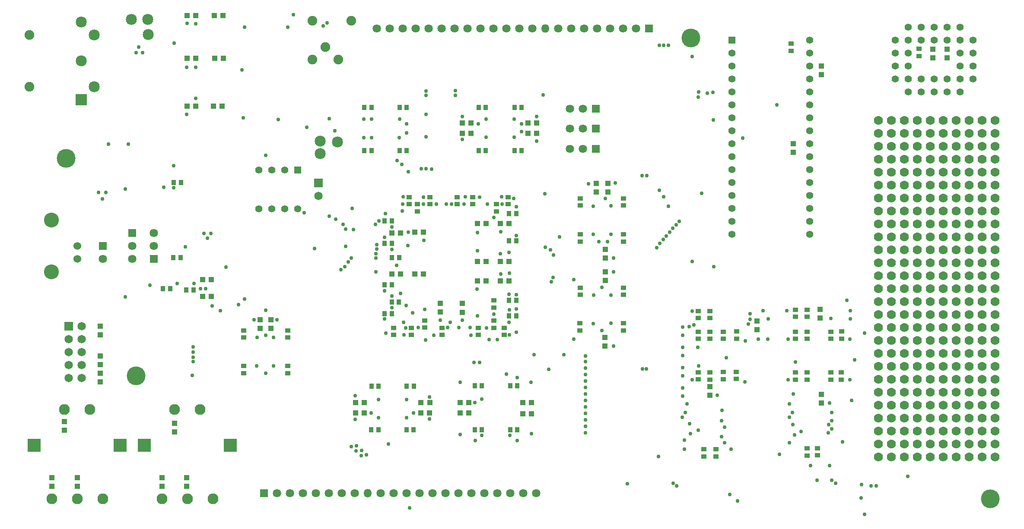
<source format=gbs>
%FSLAX25Y25*%
%MOIN*%
G70*
G01*
G75*
G04 Layer_Color=16711935*
%ADD10O,0.01181X0.07480*%
%ADD11O,0.07480X0.01181*%
%ADD12R,0.07087X0.05118*%
%ADD13R,0.03937X0.03543*%
%ADD14R,0.03543X0.03150*%
%ADD15R,0.03543X0.03937*%
%ADD16R,0.02200X0.07800*%
%ADD17R,0.01400X0.06600*%
%ADD18O,0.02400X0.08000*%
%ADD19R,0.02200X0.05000*%
%ADD20R,0.05118X0.08661*%
%ADD21R,0.01400X0.07100*%
%ADD22O,0.07874X0.01969*%
%ADD23O,0.10000X0.01181*%
%ADD24O,0.01181X0.10000*%
%ADD25R,0.05118X0.09449*%
%ADD26R,0.09449X0.05118*%
%ADD27R,0.06299X0.06299*%
%ADD28R,0.09800X0.03700*%
%ADD29R,0.25700X0.26400*%
%ADD30R,0.01181X0.04724*%
%ADD31O,0.01181X0.04724*%
%ADD32R,0.05906X0.09055*%
%ADD33R,0.09055X0.09055*%
%ADD34R,0.05118X0.05906*%
%ADD35R,0.03150X0.03543*%
%ADD36R,0.08661X0.05512*%
%ADD37R,0.03543X0.05512*%
%ADD38R,0.05512X0.03543*%
%ADD39R,0.05512X0.08661*%
%ADD40C,0.00800*%
%ADD41C,0.07000*%
%ADD42C,0.01000*%
%ADD43C,0.03000*%
%ADD44C,0.10000*%
%ADD45C,0.01500*%
%ADD46C,0.05000*%
%ADD47C,0.07000*%
%ADD48C,0.05000*%
%ADD49R,0.05000X0.05000*%
%ADD50C,0.08000*%
%ADD51C,0.06000*%
%ADD52R,0.06000X0.06000*%
%ADD53R,0.09843X0.09843*%
%ADD54C,0.07874*%
%ADD55R,0.05906X0.05906*%
%ADD56C,0.05906*%
%ADD57O,0.05945X0.05906*%
%ADD58R,0.08000X0.08000*%
%ADD59R,0.05000X0.05000*%
%ADD60R,0.05906X0.05906*%
%ADD61C,0.11000*%
%ADD62C,0.05500*%
%ADD63C,0.06500*%
%ADD64C,0.14000*%
%ADD65C,0.02500*%
%ADD66C,0.03000*%
%ADD67C,0.02000*%
%ADD68C,0.00600*%
%ADD69C,0.00984*%
%ADD70C,0.00787*%
%ADD71O,0.01681X0.07980*%
%ADD72O,0.07980X0.01681*%
%ADD73R,0.07587X0.05618*%
%ADD74R,0.04437X0.04043*%
%ADD75R,0.04043X0.03650*%
%ADD76R,0.04043X0.04437*%
%ADD77R,0.02700X0.08300*%
%ADD78R,0.01900X0.07100*%
%ADD79O,0.02900X0.08500*%
%ADD80R,0.02700X0.05500*%
%ADD81R,0.05618X0.09161*%
%ADD82R,0.01900X0.07600*%
%ADD83O,0.08374X0.02469*%
%ADD84O,0.10500X0.01681*%
%ADD85O,0.01681X0.10500*%
%ADD86R,0.05618X0.09949*%
%ADD87R,0.09949X0.05618*%
%ADD88R,0.06799X0.06799*%
%ADD89R,0.10300X0.04200*%
%ADD90R,0.26200X0.26900*%
%ADD91R,0.01681X0.05224*%
%ADD92O,0.01681X0.05224*%
%ADD93R,0.06406X0.09555*%
%ADD94R,0.09555X0.09555*%
%ADD95R,0.05618X0.06406*%
%ADD96R,0.03650X0.04043*%
%ADD97R,0.09161X0.06012*%
%ADD98R,0.04043X0.06012*%
%ADD99R,0.06012X0.04043*%
%ADD100R,0.06012X0.09161*%
%ADD101C,0.07500*%
%ADD102R,0.05500X0.05500*%
%ADD103C,0.08500*%
%ADD104R,0.06500X0.06500*%
%ADD105R,0.10343X0.10343*%
%ADD106C,0.08374*%
%ADD107R,0.06406X0.06406*%
%ADD108C,0.06406*%
%ADD109O,0.06445X0.06406*%
%ADD110R,0.08500X0.08500*%
%ADD111R,0.05500X0.05500*%
%ADD112R,0.06406X0.06406*%
%ADD113C,0.11500*%
%ADD114C,0.14500*%
%ADD115C,0.03500*%
D47*
X856000Y389000D02*
D03*
X846000D02*
D03*
X836000D02*
D03*
X826000D02*
D03*
X816000D02*
D03*
X806000D02*
D03*
X766000D02*
D03*
X776000D02*
D03*
X786000D02*
D03*
X796000D02*
D03*
Y379000D02*
D03*
X786000D02*
D03*
X776000D02*
D03*
X766000D02*
D03*
X806000D02*
D03*
X816000D02*
D03*
X826000D02*
D03*
X836000D02*
D03*
X846000D02*
D03*
X856000D02*
D03*
Y399000D02*
D03*
X846000D02*
D03*
X836000D02*
D03*
X826000D02*
D03*
X816000D02*
D03*
X806000D02*
D03*
X766000D02*
D03*
X776000D02*
D03*
X786000D02*
D03*
X796000D02*
D03*
Y409000D02*
D03*
X786000D02*
D03*
X776000D02*
D03*
X766000D02*
D03*
X806000D02*
D03*
X816000D02*
D03*
X826000D02*
D03*
X836000D02*
D03*
X846000D02*
D03*
X856000D02*
D03*
Y329000D02*
D03*
X846000D02*
D03*
X836000D02*
D03*
X826000D02*
D03*
X816000D02*
D03*
X806000D02*
D03*
X766000D02*
D03*
X776000D02*
D03*
X786000D02*
D03*
X796000D02*
D03*
Y319000D02*
D03*
X786000D02*
D03*
X776000D02*
D03*
X766000D02*
D03*
X806000D02*
D03*
X816000D02*
D03*
X826000D02*
D03*
X836000D02*
D03*
X846000D02*
D03*
X856000D02*
D03*
Y299000D02*
D03*
X846000D02*
D03*
X836000D02*
D03*
X826000D02*
D03*
X816000D02*
D03*
X806000D02*
D03*
X766000D02*
D03*
X776000D02*
D03*
X786000D02*
D03*
X796000D02*
D03*
Y309000D02*
D03*
X786000D02*
D03*
X776000D02*
D03*
X766000D02*
D03*
X806000D02*
D03*
X816000D02*
D03*
X826000D02*
D03*
X836000D02*
D03*
X846000D02*
D03*
X856000D02*
D03*
Y349000D02*
D03*
X846000D02*
D03*
X836000D02*
D03*
X826000D02*
D03*
X816000D02*
D03*
X806000D02*
D03*
X766000D02*
D03*
X776000D02*
D03*
X786000D02*
D03*
X796000D02*
D03*
Y339000D02*
D03*
X786000D02*
D03*
X776000D02*
D03*
X766000D02*
D03*
X806000D02*
D03*
X816000D02*
D03*
X826000D02*
D03*
X836000D02*
D03*
X846000D02*
D03*
X856000D02*
D03*
Y359000D02*
D03*
X846000D02*
D03*
X836000D02*
D03*
X826000D02*
D03*
X816000D02*
D03*
X806000D02*
D03*
X766000D02*
D03*
X776000D02*
D03*
X786000D02*
D03*
X796000D02*
D03*
Y369000D02*
D03*
X786000D02*
D03*
X776000D02*
D03*
X766000D02*
D03*
X806000D02*
D03*
X816000D02*
D03*
X826000D02*
D03*
X836000D02*
D03*
X846000D02*
D03*
X856000D02*
D03*
Y209000D02*
D03*
X846000D02*
D03*
X836000D02*
D03*
X826000D02*
D03*
X816000D02*
D03*
X806000D02*
D03*
X766000D02*
D03*
X776000D02*
D03*
X786000D02*
D03*
X796000D02*
D03*
Y199000D02*
D03*
X786000D02*
D03*
X776000D02*
D03*
X766000D02*
D03*
X806000D02*
D03*
X816000D02*
D03*
X826000D02*
D03*
X836000D02*
D03*
X846000D02*
D03*
X856000D02*
D03*
Y179000D02*
D03*
X846000D02*
D03*
X836000D02*
D03*
X826000D02*
D03*
X816000D02*
D03*
X806000D02*
D03*
X766000D02*
D03*
X776000D02*
D03*
X786000D02*
D03*
X796000D02*
D03*
Y189000D02*
D03*
X786000D02*
D03*
X776000D02*
D03*
X766000D02*
D03*
X806000D02*
D03*
X816000D02*
D03*
X826000D02*
D03*
X836000D02*
D03*
X846000D02*
D03*
X856000D02*
D03*
Y149000D02*
D03*
X846000D02*
D03*
X836000D02*
D03*
X826000D02*
D03*
X816000D02*
D03*
X806000D02*
D03*
X766000D02*
D03*
X776000D02*
D03*
X786000D02*
D03*
X796000D02*
D03*
X856000Y159000D02*
D03*
X846000D02*
D03*
X836000D02*
D03*
X826000D02*
D03*
X816000D02*
D03*
X806000D02*
D03*
X766000D02*
D03*
X776000D02*
D03*
X786000D02*
D03*
X796000D02*
D03*
Y169000D02*
D03*
X786000D02*
D03*
X776000D02*
D03*
X766000D02*
D03*
X806000D02*
D03*
X816000D02*
D03*
X826000D02*
D03*
X836000D02*
D03*
X846000D02*
D03*
X856000D02*
D03*
Y249000D02*
D03*
X846000D02*
D03*
X836000D02*
D03*
X826000D02*
D03*
X816000D02*
D03*
X806000D02*
D03*
X766000D02*
D03*
X776000D02*
D03*
X786000D02*
D03*
X796000D02*
D03*
Y239000D02*
D03*
X786000D02*
D03*
X776000D02*
D03*
X766000D02*
D03*
X806000D02*
D03*
X816000D02*
D03*
X826000D02*
D03*
X836000D02*
D03*
X846000D02*
D03*
X856000D02*
D03*
Y219000D02*
D03*
X846000D02*
D03*
X836000D02*
D03*
X826000D02*
D03*
X816000D02*
D03*
X806000D02*
D03*
X766000D02*
D03*
X776000D02*
D03*
X786000D02*
D03*
X796000D02*
D03*
Y229000D02*
D03*
X786000D02*
D03*
X776000D02*
D03*
X766000D02*
D03*
X806000D02*
D03*
X816000D02*
D03*
X826000D02*
D03*
X836000D02*
D03*
X846000D02*
D03*
X856000D02*
D03*
Y269000D02*
D03*
X846000D02*
D03*
X836000D02*
D03*
X826000D02*
D03*
X816000D02*
D03*
X806000D02*
D03*
X766000D02*
D03*
X776000D02*
D03*
X786000D02*
D03*
X796000D02*
D03*
Y259000D02*
D03*
X786000D02*
D03*
X776000D02*
D03*
X766000D02*
D03*
X806000D02*
D03*
X816000D02*
D03*
X826000D02*
D03*
X836000D02*
D03*
X846000D02*
D03*
X856000D02*
D03*
Y279000D02*
D03*
X846000D02*
D03*
X836000D02*
D03*
X826000D02*
D03*
X816000D02*
D03*
X806000D02*
D03*
X766000D02*
D03*
X776000D02*
D03*
X786000D02*
D03*
X796000D02*
D03*
Y289000D02*
D03*
X786000D02*
D03*
X776000D02*
D03*
X766000D02*
D03*
X806000D02*
D03*
X816000D02*
D03*
X826000D02*
D03*
X836000D02*
D03*
X846000D02*
D03*
X856000D02*
D03*
D51*
X148000Y302000D02*
D03*
Y312000D02*
D03*
D62*
X839000Y471000D02*
D03*
Y461000D02*
D03*
Y451000D02*
D03*
X829000Y461000D02*
D03*
Y451000D02*
D03*
X839000Y441000D02*
D03*
X829000D02*
D03*
X819000D02*
D03*
X809000D02*
D03*
X799000D02*
D03*
X829000Y431000D02*
D03*
X819000D02*
D03*
X809000D02*
D03*
X799000D02*
D03*
X829000Y471000D02*
D03*
X819000D02*
D03*
X809000D02*
D03*
X799000D02*
D03*
X829000Y481000D02*
D03*
X819000D02*
D03*
X809000D02*
D03*
X799000D02*
D03*
X789000D02*
D03*
Y431000D02*
D03*
X779000Y441000D02*
D03*
X789000D02*
D03*
Y471000D02*
D03*
X779000D02*
D03*
Y461000D02*
D03*
X789000Y451000D02*
D03*
X779000D02*
D03*
X789000Y461000D02*
D03*
X653000D02*
D03*
Y451000D02*
D03*
Y441000D02*
D03*
Y431000D02*
D03*
Y421000D02*
D03*
Y411000D02*
D03*
Y401000D02*
D03*
Y391000D02*
D03*
Y381000D02*
D03*
Y371000D02*
D03*
Y361000D02*
D03*
Y351000D02*
D03*
Y341000D02*
D03*
Y331000D02*
D03*
Y321000D02*
D03*
X713000D02*
D03*
Y331000D02*
D03*
Y341000D02*
D03*
Y351000D02*
D03*
Y361000D02*
D03*
Y371000D02*
D03*
Y381000D02*
D03*
Y391000D02*
D03*
Y401000D02*
D03*
Y411000D02*
D03*
Y421000D02*
D03*
Y431000D02*
D03*
Y441000D02*
D03*
Y451000D02*
D03*
Y461000D02*
D03*
Y471000D02*
D03*
X308000Y370500D02*
D03*
X298000D02*
D03*
X288000D02*
D03*
Y340500D02*
D03*
X298000D02*
D03*
X308000D02*
D03*
X318000D02*
D03*
D63*
X151500Y250000D02*
D03*
X141500Y240000D02*
D03*
X151500D02*
D03*
X141500Y230000D02*
D03*
X151500D02*
D03*
X141500Y220000D02*
D03*
Y210000D02*
D03*
X151500D02*
D03*
Y220000D02*
D03*
X334000Y350500D02*
D03*
D66*
X687900Y421000D02*
D03*
X629700Y352500D02*
D03*
X638800Y409300D02*
D03*
X661500Y395200D02*
D03*
X460200Y193700D02*
D03*
X487500Y210300D02*
D03*
X454744Y191000D02*
D03*
X487456Y161700D02*
D03*
X481800Y165600D02*
D03*
X460200D02*
D03*
X455100Y161700D02*
D03*
X479200Y213000D02*
D03*
X419846Y195400D02*
D03*
X419800Y178300D02*
D03*
X380500Y193400D02*
D03*
X402100Y193300D02*
D03*
X402144Y179400D02*
D03*
X380435D02*
D03*
X407556Y182900D02*
D03*
X374800D02*
D03*
X299400Y219256D02*
D03*
X286500Y219300D02*
D03*
X286700Y241300D02*
D03*
X299400Y241200D02*
D03*
X293300Y243100D02*
D03*
Y213700D02*
D03*
X546300Y273800D02*
D03*
X559800Y252200D02*
D03*
X552900Y279900D02*
D03*
Y246600D02*
D03*
X559800Y273800D02*
D03*
X546200Y252100D02*
D03*
X531100Y286100D02*
D03*
X555600Y348600D02*
D03*
X550400Y315344D02*
D03*
X546200Y342700D02*
D03*
Y321100D02*
D03*
X559900D02*
D03*
X595000Y310600D02*
D03*
X597400Y313800D02*
D03*
X600000Y316800D02*
D03*
X602500Y319700D02*
D03*
X605000Y322700D02*
D03*
X607500Y325600D02*
D03*
X610000Y328300D02*
D03*
X612600Y330900D02*
D03*
X445200Y411900D02*
D03*
X485000Y396000D02*
D03*
X490800Y400200D02*
D03*
X457400Y406400D02*
D03*
X490870D02*
D03*
X463300Y409900D02*
D03*
X485000D02*
D03*
X463300Y396000D02*
D03*
X402200Y399400D02*
D03*
X396500Y395700D02*
D03*
X402156Y406400D02*
D03*
X396700Y409900D02*
D03*
X369100D02*
D03*
X673300Y239900D02*
D03*
X680800D02*
D03*
X325150Y403650D02*
D03*
X486800Y320000D02*
D03*
X198300Y461300D02*
D03*
X195500Y465500D02*
D03*
X231550Y311282D02*
D03*
X622500Y458400D02*
D03*
Y300100D02*
D03*
X639000Y295800D02*
D03*
X239400Y450100D02*
D03*
X239300Y483600D02*
D03*
X239400Y425800D02*
D03*
X355000Y325100D02*
D03*
X361200Y324600D02*
D03*
X610500Y126500D02*
D03*
X587000Y217000D02*
D03*
X587400Y366300D02*
D03*
X417000Y428200D02*
D03*
X439700Y428300D02*
D03*
X607700Y128600D02*
D03*
X596357Y149357D02*
D03*
X584100Y217100D02*
D03*
X583800Y366300D02*
D03*
X507300Y428600D02*
D03*
X439700Y431800D02*
D03*
X417000Y431700D02*
D03*
X337900Y481800D02*
D03*
X222900Y468700D02*
D03*
X236700Y212000D02*
D03*
X272400Y266500D02*
D03*
X262800Y295700D02*
D03*
X713900Y142200D02*
D03*
X728500D02*
D03*
X755600Y244600D02*
D03*
X741800Y269900D02*
D03*
X747700Y224100D02*
D03*
X385800Y336800D02*
D03*
X508900Y352400D02*
D03*
X500400Y228000D02*
D03*
X342400Y410200D02*
D03*
X472200Y239544D02*
D03*
X511800Y216500D02*
D03*
X523300Y227900D02*
D03*
X465800Y239544D02*
D03*
X406900Y260200D02*
D03*
X416800Y239400D02*
D03*
X417100Y413600D02*
D03*
X417000Y396300D02*
D03*
X657300Y114900D02*
D03*
X651300Y120000D02*
D03*
X572400Y128300D02*
D03*
X167500Y348300D02*
D03*
X170100Y353200D02*
D03*
X164400Y353300D02*
D03*
X248500Y317800D02*
D03*
X251100Y321700D02*
D03*
X245700D02*
D03*
X214662Y357339D02*
D03*
X681000Y255600D02*
D03*
X622400Y208600D02*
D03*
X648800Y225700D02*
D03*
X623675Y250800D02*
D03*
X700300Y197600D02*
D03*
X744300Y255700D02*
D03*
X745300Y192700D02*
D03*
X641700Y196500D02*
D03*
X627300Y219300D02*
D03*
X620100Y249600D02*
D03*
X665700Y251600D02*
D03*
X667100Y255300D02*
D03*
X702000Y222200D02*
D03*
X616300Y155000D02*
D03*
X652300Y154800D02*
D03*
X421300Y371300D02*
D03*
X417122Y371522D02*
D03*
X413463Y371763D02*
D03*
X403343Y369343D02*
D03*
X398500Y374825D02*
D03*
X346700Y400800D02*
D03*
X360100Y341100D02*
D03*
X394500Y297000D02*
D03*
X398800Y338800D02*
D03*
X415300Y316200D02*
D03*
X456753Y322400D02*
D03*
X469300Y334100D02*
D03*
X456900Y308200D02*
D03*
X456400Y278500D02*
D03*
X456900Y258000D02*
D03*
X435700Y252800D02*
D03*
X397300Y275400D02*
D03*
X399650Y252850D02*
D03*
X469600Y259300D02*
D03*
X401700Y265800D02*
D03*
X481200Y306800D02*
D03*
X481300Y290900D02*
D03*
X474800Y290200D02*
D03*
X481300Y262600D02*
D03*
X481200Y274700D02*
D03*
X486800Y245200D02*
D03*
X481200Y253000D02*
D03*
X463800Y248700D02*
D03*
X451000Y248800D02*
D03*
X451800Y243100D02*
D03*
X442300Y248800D02*
D03*
X433900D02*
D03*
X411217Y248783D02*
D03*
X464500Y344300D02*
D03*
X475600Y349800D02*
D03*
X475800Y344200D02*
D03*
X446300Y344400D02*
D03*
X390791Y273291D02*
D03*
X390800Y264200D02*
D03*
X401400Y248700D02*
D03*
X390700Y309200D02*
D03*
X380800Y331400D02*
D03*
X390700Y326700D02*
D03*
X399000Y344300D02*
D03*
X415200D02*
D03*
X424996Y344204D02*
D03*
X432870Y344330D02*
D03*
X436807Y344207D02*
D03*
X403504Y322504D02*
D03*
X428200Y254700D02*
D03*
X445100Y254600D02*
D03*
X474800Y323000D02*
D03*
X474600Y305800D02*
D03*
X399406Y349794D02*
D03*
X385267Y318567D02*
D03*
X385228Y277228D02*
D03*
X385200Y255500D02*
D03*
X386200Y244500D02*
D03*
X400200Y243200D02*
D03*
X423028Y243072D02*
D03*
X481600Y243300D02*
D03*
X415154Y349654D02*
D03*
X447600Y349800D02*
D03*
X458461Y349761D02*
D03*
X484700Y348700D02*
D03*
X486811Y342189D02*
D03*
X486800Y274400D02*
D03*
Y263200D02*
D03*
X752800Y117400D02*
D03*
X788700Y133800D02*
D03*
X753200Y127500D02*
D03*
X718876Y131000D02*
D03*
X738600Y160500D02*
D03*
X689700Y151000D02*
D03*
X314800Y490500D02*
D03*
X404500Y109600D02*
D03*
X293300Y262300D02*
D03*
X238000Y283000D02*
D03*
X225000D02*
D03*
X243000Y279000D02*
D03*
X247000D02*
D03*
X222400Y374000D02*
D03*
Y356800D02*
D03*
X193300Y461300D02*
D03*
X258500Y262000D02*
D03*
X204000Y281756D02*
D03*
X185000Y272500D02*
D03*
Y356000D02*
D03*
X597000Y355000D02*
D03*
X600500Y467000D02*
D03*
X597000D02*
D03*
X604000D02*
D03*
X627500Y431000D02*
D03*
X627000Y427000D02*
D03*
X634000Y430000D02*
D03*
X638500Y430500D02*
D03*
X615000Y243000D02*
D03*
Y233654D02*
D03*
Y202157D02*
D03*
Y249402D02*
D03*
Y227354D02*
D03*
Y217906D02*
D03*
Y211606D02*
D03*
Y195858D02*
D03*
X600500Y350000D02*
D03*
X604000Y342500D02*
D03*
X617240Y183260D02*
D03*
X614890Y179610D02*
D03*
X697500Y190000D02*
D03*
X699760Y183260D02*
D03*
X697390Y179610D02*
D03*
X700000Y174000D02*
D03*
X706500Y168500D02*
D03*
X701500Y166000D02*
D03*
X697500Y160000D02*
D03*
X730260Y183260D02*
D03*
X730039Y176961D02*
D03*
X727689Y173811D02*
D03*
X730161Y170661D02*
D03*
X727512Y167512D02*
D03*
X647500Y160000D02*
D03*
X645000Y164500D02*
D03*
X618500Y190000D02*
D03*
X620500Y174500D02*
D03*
X616500Y162100D02*
D03*
X627000Y169650D02*
D03*
X621150Y166850D02*
D03*
X667100Y259600D02*
D03*
X677000Y262000D02*
D03*
X744500D02*
D03*
X540000Y197500D02*
D03*
Y187500D02*
D03*
Y182500D02*
D03*
Y177500D02*
D03*
Y172500D02*
D03*
Y192500D02*
D03*
Y202500D02*
D03*
Y167500D02*
D03*
Y222500D02*
D03*
Y217500D02*
D03*
X647500Y172000D02*
D03*
X645039Y176961D02*
D03*
X645500Y185000D02*
D03*
X540000Y212500D02*
D03*
Y207500D02*
D03*
Y227000D02*
D03*
X498400Y166900D02*
D03*
X498200Y206700D02*
D03*
X443600Y206500D02*
D03*
X443300Y166400D02*
D03*
X760500Y126500D02*
D03*
X764500D02*
D03*
X730000Y131000D02*
D03*
X733000Y128500D02*
D03*
X454000Y222000D02*
D03*
X458500D02*
D03*
X755500Y104500D02*
D03*
X520000Y319000D02*
D03*
X515100Y287500D02*
D03*
X513800Y284200D02*
D03*
X394900Y378000D02*
D03*
X371000Y150500D02*
D03*
X367000Y150000D02*
D03*
X367500Y154000D02*
D03*
X363000Y153500D02*
D03*
X363500Y157500D02*
D03*
X359500Y157000D02*
D03*
X388000Y159000D02*
D03*
X252000Y265500D02*
D03*
X513000Y309000D02*
D03*
X515500Y305000D02*
D03*
X509000Y311000D02*
D03*
X353000Y328500D02*
D03*
X378000D02*
D03*
X355000Y311500D02*
D03*
X277000Y271000D02*
D03*
X378500Y306000D02*
D03*
X379000Y309500D02*
D03*
X347500Y332500D02*
D03*
X331250Y310000D02*
D03*
X378500Y302500D02*
D03*
X323000Y337500D02*
D03*
X342500Y335000D02*
D03*
X379000Y313000D02*
D03*
X237500Y234000D02*
D03*
Y230000D02*
D03*
Y226000D02*
D03*
Y222500D02*
D03*
X359500Y302500D02*
D03*
X378500Y292000D02*
D03*
X357000Y299500D02*
D03*
X351500Y293500D02*
D03*
X354500Y296000D02*
D03*
X187500Y390500D02*
D03*
X172000D02*
D03*
X232750Y484000D02*
D03*
X277000Y481000D02*
D03*
X232500Y450000D02*
D03*
X275000Y448000D02*
D03*
X276000Y411000D02*
D03*
X232500Y413500D02*
D03*
X310500Y481000D02*
D03*
X303000Y409500D02*
D03*
X302000Y254800D02*
D03*
X284400Y254900D02*
D03*
X561846Y291846D02*
D03*
X561900Y234500D02*
D03*
X563000Y360500D02*
D03*
X542500Y360000D02*
D03*
X561900Y302600D02*
D03*
X559900Y342800D02*
D03*
X375100Y409900D02*
D03*
X502300Y393000D02*
D03*
Y411800D02*
D03*
X445100Y394200D02*
D03*
X362600Y196400D02*
D03*
Y177800D02*
D03*
X695500Y262000D02*
D03*
X696500Y240000D02*
D03*
X744000D02*
D03*
X696500Y208500D02*
D03*
X743957Y208457D02*
D03*
X728500Y190500D02*
D03*
X729500Y256000D02*
D03*
X626900Y233600D02*
D03*
X663500Y238500D02*
D03*
X663000Y207000D02*
D03*
X557000Y315400D02*
D03*
X375100Y395700D02*
D03*
X369100D02*
D03*
X531100Y240000D02*
D03*
X622500Y261756D02*
D03*
X293300Y382100D02*
D03*
X416200Y262800D02*
D03*
X403200Y312400D02*
D03*
X340800Y484400D02*
D03*
D74*
X808000Y457154D02*
D03*
Y463846D02*
D03*
X819000Y457154D02*
D03*
Y463846D02*
D03*
X722000Y444153D02*
D03*
Y450846D02*
D03*
X700500Y384154D02*
D03*
Y390846D02*
D03*
X555600Y302554D02*
D03*
Y309246D02*
D03*
X555500Y285154D02*
D03*
Y291846D02*
D03*
X213500Y132846D02*
D03*
Y126154D02*
D03*
X232500Y132846D02*
D03*
Y126154D02*
D03*
X223000Y168154D02*
D03*
Y174846D02*
D03*
X428200Y267647D02*
D03*
Y260953D02*
D03*
X445100Y267446D02*
D03*
Y260753D02*
D03*
X165800Y213647D02*
D03*
Y206954D02*
D03*
Y220354D02*
D03*
Y227046D02*
D03*
X165900Y249946D02*
D03*
Y243253D02*
D03*
X297500Y254847D02*
D03*
Y248153D02*
D03*
X289000Y254847D02*
D03*
Y248153D02*
D03*
X555000Y241347D02*
D03*
Y234653D02*
D03*
X557500Y360347D02*
D03*
Y353654D02*
D03*
X548500Y360347D02*
D03*
Y353654D02*
D03*
X128500Y132846D02*
D03*
Y126154D02*
D03*
X148000Y132846D02*
D03*
Y126154D02*
D03*
X138000Y169653D02*
D03*
Y176347D02*
D03*
X721000Y262846D02*
D03*
Y256153D02*
D03*
X672500Y247153D02*
D03*
Y253847D02*
D03*
X722000Y190654D02*
D03*
Y197346D02*
D03*
X636000Y196653D02*
D03*
Y203346D02*
D03*
D75*
X469600Y248744D02*
D03*
Y254256D02*
D03*
X420000Y344244D02*
D03*
Y349756D02*
D03*
X410300Y344156D02*
D03*
Y338644D02*
D03*
X404000Y344244D02*
D03*
Y349756D02*
D03*
X453200Y344244D02*
D03*
Y349756D02*
D03*
X441000Y344244D02*
D03*
Y349756D02*
D03*
X480500Y344244D02*
D03*
Y349756D02*
D03*
X477400Y248756D02*
D03*
Y243244D02*
D03*
X457600Y248756D02*
D03*
Y243244D02*
D03*
X429300Y248756D02*
D03*
Y243244D02*
D03*
X405700Y248756D02*
D03*
Y243244D02*
D03*
X392200Y248756D02*
D03*
Y243244D02*
D03*
X797500Y458744D02*
D03*
Y464256D02*
D03*
X698800Y462744D02*
D03*
Y468256D02*
D03*
X536000Y348656D02*
D03*
Y343144D02*
D03*
X569500Y348756D02*
D03*
Y343244D02*
D03*
X536000Y315344D02*
D03*
Y320856D02*
D03*
X569500Y315344D02*
D03*
Y320856D02*
D03*
X536000Y279756D02*
D03*
Y274244D02*
D03*
X569500Y279756D02*
D03*
Y274244D02*
D03*
X535800Y246644D02*
D03*
Y252156D02*
D03*
X569500Y246644D02*
D03*
Y252156D02*
D03*
X276600Y246756D02*
D03*
Y241244D02*
D03*
X310300Y246756D02*
D03*
Y241244D02*
D03*
X276600Y213744D02*
D03*
Y219256D02*
D03*
X310300Y213744D02*
D03*
Y219256D02*
D03*
X471500Y344256D02*
D03*
Y338744D02*
D03*
X737606Y245858D02*
D03*
Y240347D02*
D03*
X729500Y245756D02*
D03*
Y240244D02*
D03*
X737500Y214256D02*
D03*
Y208744D02*
D03*
X729500Y214256D02*
D03*
Y208744D02*
D03*
X711100Y155556D02*
D03*
Y150044D02*
D03*
X719200Y155656D02*
D03*
Y150144D02*
D03*
X702000Y214256D02*
D03*
Y208744D02*
D03*
X711000Y214256D02*
D03*
Y208744D02*
D03*
X702000Y245756D02*
D03*
Y240244D02*
D03*
X711000Y245756D02*
D03*
Y240244D02*
D03*
X656606Y245858D02*
D03*
Y240347D02*
D03*
X646500Y245756D02*
D03*
Y240244D02*
D03*
X702000Y257244D02*
D03*
Y262756D02*
D03*
X711000Y257244D02*
D03*
Y262756D02*
D03*
X656500Y214756D02*
D03*
Y209244D02*
D03*
X646500Y214556D02*
D03*
Y209044D02*
D03*
X631300Y154856D02*
D03*
Y149344D02*
D03*
X640900Y154856D02*
D03*
Y149344D02*
D03*
X627000Y214356D02*
D03*
Y208844D02*
D03*
X636000Y214256D02*
D03*
Y208744D02*
D03*
X627000Y245756D02*
D03*
Y240244D02*
D03*
X636000Y245756D02*
D03*
Y240244D02*
D03*
X627000Y256244D02*
D03*
Y261756D02*
D03*
X636000Y256244D02*
D03*
Y261756D02*
D03*
X416100Y248844D02*
D03*
Y254356D02*
D03*
X469400Y269856D02*
D03*
Y264344D02*
D03*
D76*
X456753Y299800D02*
D03*
X463447D02*
D03*
X445154Y407000D02*
D03*
X451847D02*
D03*
X502347D02*
D03*
X495653D02*
D03*
X502347Y399000D02*
D03*
X495653D02*
D03*
X251346Y273000D02*
D03*
X244654D02*
D03*
X251346Y286000D02*
D03*
X244654D02*
D03*
X498347Y191100D02*
D03*
X491653D02*
D03*
X498347Y182300D02*
D03*
X491653D02*
D03*
X443553Y191100D02*
D03*
X450246D02*
D03*
X443553Y182800D02*
D03*
X450246D02*
D03*
X456753Y284900D02*
D03*
X463447D02*
D03*
X415246Y322500D02*
D03*
X408554D02*
D03*
X419946Y191100D02*
D03*
X413253D02*
D03*
X419846Y182900D02*
D03*
X413154D02*
D03*
X362653Y191000D02*
D03*
X369346D02*
D03*
X362653Y183000D02*
D03*
X369346D02*
D03*
X445154Y399100D02*
D03*
X451847D02*
D03*
X260347Y490000D02*
D03*
X253654D02*
D03*
X239347D02*
D03*
X232653D02*
D03*
X415246Y290200D02*
D03*
X408554D02*
D03*
X390754D02*
D03*
X397446D02*
D03*
X481247Y299800D02*
D03*
X474553D02*
D03*
X481247Y284800D02*
D03*
X474553D02*
D03*
X390754Y321900D02*
D03*
X397446D02*
D03*
X456853Y329200D02*
D03*
X463547D02*
D03*
X481247D02*
D03*
X474553D02*
D03*
X260846Y457000D02*
D03*
X254153D02*
D03*
X239347D02*
D03*
X232653D02*
D03*
X259846Y420000D02*
D03*
X253153D02*
D03*
X239347D02*
D03*
X232653D02*
D03*
D96*
X390744Y268700D02*
D03*
X396256D02*
D03*
X390756Y259600D02*
D03*
X385244D02*
D03*
X390756Y281900D02*
D03*
X385244D02*
D03*
X390756Y331300D02*
D03*
X385244D02*
D03*
X390756Y314000D02*
D03*
X385244D02*
D03*
X481244Y337000D02*
D03*
X486756D02*
D03*
X481244Y315900D02*
D03*
X486756D02*
D03*
X481244Y270000D02*
D03*
X486756D02*
D03*
X481244Y258100D02*
D03*
X486756D02*
D03*
X369544Y385700D02*
D03*
X375056D02*
D03*
X369544Y419100D02*
D03*
X375056D02*
D03*
X402156Y418900D02*
D03*
X396644D02*
D03*
X402156Y385500D02*
D03*
X396644D02*
D03*
X490856Y419000D02*
D03*
X485344D02*
D03*
X457744Y419000D02*
D03*
X463256D02*
D03*
X490856Y385500D02*
D03*
X485344D02*
D03*
X454744Y203800D02*
D03*
X460256D02*
D03*
X487456Y203800D02*
D03*
X481944D02*
D03*
X487456Y169900D02*
D03*
X481944D02*
D03*
X454744Y169900D02*
D03*
X460256D02*
D03*
X407556Y169900D02*
D03*
X402044D02*
D03*
X374844D02*
D03*
X380356D02*
D03*
X374944Y203700D02*
D03*
X380456D02*
D03*
X407656Y203700D02*
D03*
X402144D02*
D03*
X457744Y385600D02*
D03*
X463256D02*
D03*
X214244Y279000D02*
D03*
X219756D02*
D03*
X232244Y278000D02*
D03*
X237756D02*
D03*
X222244Y303000D02*
D03*
X227756D02*
D03*
X227956Y361000D02*
D03*
X222444D02*
D03*
X390844Y302900D02*
D03*
X396356D02*
D03*
D101*
X329600Y485800D02*
D03*
X359300D02*
D03*
X349600Y455800D02*
D03*
X339300Y465500D02*
D03*
X329600Y455800D02*
D03*
X111000Y435000D02*
D03*
Y475000D02*
D03*
D102*
X653000Y471000D02*
D03*
D103*
X335300Y383300D02*
D03*
Y392900D02*
D03*
X348700Y392300D02*
D03*
X189900Y487100D02*
D03*
X202400D02*
D03*
X202700Y475300D02*
D03*
X161000Y435000D02*
D03*
X151000Y455000D02*
D03*
X161000Y475000D02*
D03*
X151000Y485000D02*
D03*
D104*
X141500Y250000D02*
D03*
X334000Y360500D02*
D03*
D105*
X266071Y158000D02*
D03*
X199929D02*
D03*
X114929D02*
D03*
X181071D02*
D03*
D106*
X242843Y185559D02*
D03*
X223157D02*
D03*
X252685Y116661D02*
D03*
X233000D02*
D03*
X213315D02*
D03*
X128315D02*
D03*
X148000D02*
D03*
X167685D02*
D03*
X138157Y185559D02*
D03*
X157843D02*
D03*
D107*
X292000Y121000D02*
D03*
X589000Y480000D02*
D03*
X548000Y387000D02*
D03*
Y418000D02*
D03*
Y402500D02*
D03*
D108*
X302000Y121000D02*
D03*
X312000D02*
D03*
X322000D02*
D03*
X332000D02*
D03*
X342000D02*
D03*
X352000D02*
D03*
X362000D02*
D03*
X382000D02*
D03*
X392000D02*
D03*
X402000D02*
D03*
X412000D02*
D03*
X422000D02*
D03*
X432000D02*
D03*
X442000D02*
D03*
X452000D02*
D03*
X462000D02*
D03*
X472000D02*
D03*
X482000D02*
D03*
X492000D02*
D03*
X502000D02*
D03*
X579000Y480000D02*
D03*
X569000D02*
D03*
X559000D02*
D03*
X549000D02*
D03*
X539000D02*
D03*
X529000D02*
D03*
X519000D02*
D03*
X499000D02*
D03*
X489000D02*
D03*
X479000D02*
D03*
X469000D02*
D03*
X459000D02*
D03*
X449000D02*
D03*
X439000D02*
D03*
X429000D02*
D03*
X419000D02*
D03*
X409000D02*
D03*
X399000D02*
D03*
X389000D02*
D03*
X379000D02*
D03*
X167900Y302000D02*
D03*
X538000Y387000D02*
D03*
X528000D02*
D03*
X538000Y418000D02*
D03*
X528000D02*
D03*
X190500Y311900D02*
D03*
Y301900D02*
D03*
X538000Y402500D02*
D03*
X528000D02*
D03*
X207200Y321900D02*
D03*
Y311900D02*
D03*
D109*
X372000Y121000D02*
D03*
X509000Y480000D02*
D03*
D110*
X151000Y425000D02*
D03*
D111*
X318000Y370500D02*
D03*
D112*
X167900Y312000D02*
D03*
X190500Y321900D02*
D03*
X207200Y301900D02*
D03*
D113*
X128000Y292000D02*
D03*
Y332000D02*
D03*
D114*
X621500Y472500D02*
D03*
X193500Y211500D02*
D03*
X139500Y379500D02*
D03*
X852500Y116500D02*
D03*
D115*
X627000Y256244D02*
D03*
X653000Y321000D02*
D03*
X700500Y384154D02*
D03*
X653000Y321000D02*
D03*
M02*

</source>
